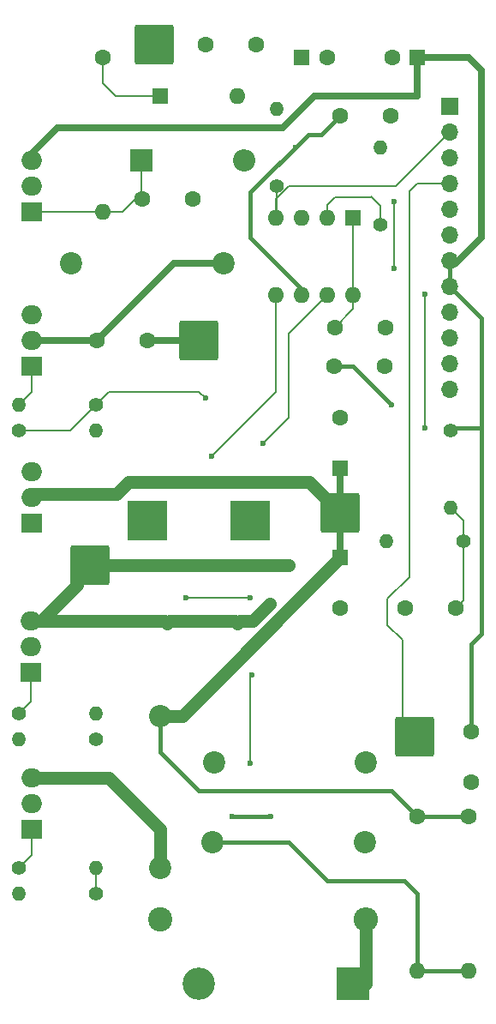
<source format=gbr>
%TF.GenerationSoftware,KiCad,Pcbnew,(7.0.0)*%
%TF.CreationDate,2024-11-23T19:37:02-06:00*%
%TF.ProjectId,VP44expSwdriver,56503434-6578-4705-9377-647269766572,rev?*%
%TF.SameCoordinates,Original*%
%TF.FileFunction,Copper,L1,Top*%
%TF.FilePolarity,Positive*%
%FSLAX46Y46*%
G04 Gerber Fmt 4.6, Leading zero omitted, Abs format (unit mm)*
G04 Created by KiCad (PCBNEW (7.0.0)) date 2024-11-23 19:37:02*
%MOMM*%
%LPD*%
G01*
G04 APERTURE LIST*
G04 Aperture macros list*
%AMRoundRect*
0 Rectangle with rounded corners*
0 $1 Rounding radius*
0 $2 $3 $4 $5 $6 $7 $8 $9 X,Y pos of 4 corners*
0 Add a 4 corners polygon primitive as box body*
4,1,4,$2,$3,$4,$5,$6,$7,$8,$9,$2,$3,0*
0 Add four circle primitives for the rounded corners*
1,1,$1+$1,$2,$3*
1,1,$1+$1,$4,$5*
1,1,$1+$1,$6,$7*
1,1,$1+$1,$8,$9*
0 Add four rect primitives between the rounded corners*
20,1,$1+$1,$2,$3,$4,$5,0*
20,1,$1+$1,$4,$5,$6,$7,0*
20,1,$1+$1,$6,$7,$8,$9,0*
20,1,$1+$1,$8,$9,$2,$3,0*%
G04 Aperture macros list end*
%TA.AperFunction,ComponentPad*%
%ADD10R,1.600000X1.600000*%
%TD*%
%TA.AperFunction,ComponentPad*%
%ADD11O,1.600000X1.600000*%
%TD*%
%TA.AperFunction,ComponentPad*%
%ADD12C,1.400000*%
%TD*%
%TA.AperFunction,ComponentPad*%
%ADD13O,1.400000X1.400000*%
%TD*%
%TA.AperFunction,ComponentPad*%
%ADD14R,3.200000X3.200000*%
%TD*%
%TA.AperFunction,ComponentPad*%
%ADD15O,3.200000X3.200000*%
%TD*%
%TA.AperFunction,ComponentPad*%
%ADD16C,1.600000*%
%TD*%
%TA.AperFunction,ComponentPad*%
%ADD17RoundRect,0.250002X-1.699998X-1.699998X1.699998X-1.699998X1.699998X1.699998X-1.699998X1.699998X0*%
%TD*%
%TA.AperFunction,ComponentPad*%
%ADD18C,2.200000*%
%TD*%
%TA.AperFunction,ComponentPad*%
%ADD19R,2.200000X2.200000*%
%TD*%
%TA.AperFunction,ComponentPad*%
%ADD20O,2.200000X2.200000*%
%TD*%
%TA.AperFunction,ComponentPad*%
%ADD21R,2.000000X1.905000*%
%TD*%
%TA.AperFunction,ComponentPad*%
%ADD22O,2.000000X1.905000*%
%TD*%
%TA.AperFunction,ComponentPad*%
%ADD23R,1.700000X1.700000*%
%TD*%
%TA.AperFunction,ComponentPad*%
%ADD24O,1.700000X1.700000*%
%TD*%
%TA.AperFunction,ComponentPad*%
%ADD25R,4.000000X4.000000*%
%TD*%
%TA.AperFunction,ComponentPad*%
%ADD26C,2.400000*%
%TD*%
%TA.AperFunction,ComponentPad*%
%ADD27O,2.400000X2.400000*%
%TD*%
%TA.AperFunction,ViaPad*%
%ADD28C,0.600000*%
%TD*%
%TA.AperFunction,Conductor*%
%ADD29C,0.406400*%
%TD*%
%TA.AperFunction,Conductor*%
%ADD30C,0.203200*%
%TD*%
%TA.AperFunction,Conductor*%
%ADD31C,1.270000*%
%TD*%
%TA.AperFunction,Conductor*%
%ADD32C,0.635000*%
%TD*%
G04 APERTURE END LIST*
D10*
%TO.P,U1,1,ENA*%
%TO.N,Net-(U1-ENA)*%
X180339999Y-59054999D03*
D11*
%TO.P,U1,2,INA*%
%TO.N,Net-(J5-Pin_1)*%
X177799999Y-59054999D03*
%TO.P,U1,3,GND*%
%TO.N,GND*%
X175259999Y-59054999D03*
%TO.P,U1,4,INB*%
%TO.N,Net-(J5-Pin_2)*%
X172719999Y-59054999D03*
%TO.P,U1,5,OUTB*%
%TO.N,Net-(U1-OUTB)*%
X172719999Y-66674999D03*
%TO.P,U1,6,V+*%
%TO.N,+12V*%
X175259999Y-66674999D03*
%TO.P,U1,7,OUTA*%
%TO.N,Net-(U1-OUTA)*%
X177799999Y-66674999D03*
%TO.P,U1,8,ENB*%
%TO.N,Net-(U1-ENA)*%
X180339999Y-66674999D03*
%TD*%
D12*
%TO.P,R3,1*%
%TO.N,Net-(U1-OUTA)*%
X154940000Y-110490000D03*
D13*
%TO.P,R3,2*%
%TO.N,GND*%
X147319999Y-110489999D03*
%TD*%
D14*
%TO.P,D4,1,K*%
%TO.N,Net-(D4-K)*%
X180339999Y-134619999D03*
D15*
%TO.P,D4,2,A*%
%TO.N,GND*%
X165099999Y-134619999D03*
%TD*%
D16*
%TO.P,F3,1*%
%TO.N,Net-(Q4-D)*%
X155020000Y-71120000D03*
%TO.P,F3,2*%
%TO.N,Net-(J3-Pin_1)*%
X160020000Y-71120000D03*
%TD*%
D17*
%TO.P,J2,1,Pin_1*%
%TO.N,Net-(J2-Pin_1)*%
X160655000Y-41910000D03*
%TD*%
D16*
%TO.P,C14,1*%
%TO.N,Net-(U2-FILTER)*%
X190500000Y-97536000D03*
%TO.P,C14,2*%
%TO.N,GND*%
X185500000Y-97536000D03*
%TD*%
%TO.P,C1,1*%
%TO.N,GND*%
X184048400Y-48971200D03*
%TO.P,C1,2*%
%TO.N,+12V*%
X179048400Y-48971200D03*
%TD*%
D18*
%TO.P,C11,1*%
%TO.N,Net-(Q3-D)*%
X166490000Y-120650000D03*
%TO.P,C11,2*%
%TO.N,GND*%
X181490000Y-120650000D03*
%TD*%
D10*
%TO.P,C7,1*%
%TO.N,Net-(D3-K)*%
X179069999Y-83779999D03*
D16*
%TO.P,C7,2*%
%TO.N,GND*%
X179070000Y-78780000D03*
%TD*%
%TO.P,C13,1*%
%TO.N,+5V*%
X192024000Y-109768000D03*
%TO.P,C13,2*%
%TO.N,GND*%
X192024000Y-114768000D03*
%TD*%
%TO.P,R6,1*%
%TO.N,Net-(D3-K)*%
X191770000Y-118110000D03*
D11*
%TO.P,R6,2*%
%TO.N,Net-(Q3-D)*%
X191769999Y-133349999D03*
%TD*%
D19*
%TO.P,D2,1,K*%
%TO.N,Net-(D2-K)*%
X159384999Y-53339999D03*
D20*
%TO.P,D2,2,A*%
%TO.N,GND*%
X169544999Y-53339999D03*
%TD*%
D16*
%TO.P,C4,1*%
%TO.N,+12V*%
X178435000Y-73660000D03*
%TO.P,C4,2*%
%TO.N,GND*%
X183435000Y-73660000D03*
%TD*%
%TO.P,C5,1*%
%TO.N,GND*%
X164465000Y-57150000D03*
%TO.P,C5,2*%
%TO.N,Net-(D2-K)*%
X159465000Y-57150000D03*
%TD*%
D12*
%TO.P,R11,1*%
%TO.N,+5V*%
X189992000Y-80010000D03*
D13*
%TO.P,R11,2*%
%TO.N,Net-(U2-FILTER)*%
X189991999Y-87629999D03*
%TD*%
D18*
%TO.P,C10,1*%
%TO.N,Net-(Q3-D)*%
X166624000Y-112776000D03*
%TO.P,C10,2*%
%TO.N,GND*%
X181624000Y-112776000D03*
%TD*%
D21*
%TO.P,Q2,1,G*%
%TO.N,Net-(Q2-G)*%
X148518999Y-103885999D03*
D22*
%TO.P,Q2,2,D*%
%TO.N,Net-(Q2-D)*%
X148518999Y-101345999D03*
%TO.P,Q2,3,S*%
%TO.N,GND*%
X148518999Y-98805999D03*
%TD*%
D16*
%TO.P,C3,1*%
%TO.N,GND*%
X183515000Y-69850000D03*
%TO.P,C3,2*%
%TO.N,Net-(U1-ENA)*%
X178515000Y-69850000D03*
%TD*%
D10*
%TO.P,C6,1*%
%TO.N,Net-(D3-K)*%
X179069999Y-92593348D03*
D16*
%TO.P,C6,2*%
%TO.N,GND*%
X179070000Y-97593349D03*
%TD*%
D23*
%TO.P,J5,1,Pin_1*%
%TO.N,Net-(J5-Pin_1)*%
X189864999Y-47999999D03*
D24*
%TO.P,J5,2,Pin_2*%
%TO.N,Net-(J5-Pin_2)*%
X189864999Y-50539999D03*
%TO.P,J5,3,Pin_3*%
%TO.N,Net-(J5-Pin_3)*%
X189864999Y-53079999D03*
%TO.P,J5,4,Pin_4*%
%TO.N,Net-(J5-Pin_4)*%
X189864999Y-55619999D03*
%TO.P,J5,5,Pin_5*%
%TO.N,Net-(J5-Pin_5)*%
X189864999Y-58159999D03*
%TO.P,J5,6,Pin_6*%
%TO.N,unconnected-(J5-Pin_6-Pad6)*%
X189864999Y-60699999D03*
%TO.P,J5,7,Pin_7*%
%TO.N,+5V*%
X189864999Y-63239999D03*
%TO.P,J5,8,Pin_8*%
X189864999Y-65779999D03*
%TO.P,J5,9,Pin_9*%
%TO.N,GND*%
X189864999Y-68319999D03*
%TO.P,J5,10,Pin_10*%
X189864999Y-70859999D03*
%TO.P,J5,11,Pin_11*%
%TO.N,unconnected-(J5-Pin_11-Pad11)*%
X189864999Y-73399999D03*
%TO.P,J5,12,Pin_12*%
%TO.N,+12V*%
X189864999Y-75939999D03*
%TD*%
D12*
%TO.P,R8,1*%
%TO.N,Net-(J5-Pin_5)*%
X147320000Y-80010000D03*
D13*
%TO.P,R8,2*%
%TO.N,GND*%
X154939999Y-80009999D03*
%TD*%
D18*
%TO.P,C12,1*%
%TO.N,GND*%
X152520000Y-63500000D03*
%TO.P,C12,2*%
%TO.N,Net-(Q4-D)*%
X167520000Y-63500000D03*
%TD*%
D12*
%TO.P,R2,1*%
%TO.N,Net-(Q2-G)*%
X147320000Y-107950000D03*
D13*
%TO.P,R2,2*%
%TO.N,Net-(U1-OUTA)*%
X154939999Y-107949999D03*
%TD*%
D21*
%TO.P,D3,1,A*%
%TO.N,Net-(Q2-D)*%
X148589999Y-89153999D03*
D22*
%TO.P,D3,2,K*%
%TO.N,Net-(D3-K)*%
X148589999Y-86613999D03*
%TO.P,D3,3,A*%
%TO.N,Net-(Q2-D)*%
X148589999Y-84073999D03*
%TD*%
D17*
%TO.P,J3,1,Pin_1*%
%TO.N,Net-(J3-Pin_1)*%
X165100000Y-71120000D03*
%TD*%
D21*
%TO.P,Q3,1,G*%
%TO.N,Net-(Q3-G)*%
X148589999Y-119379999D03*
D22*
%TO.P,Q3,2,D*%
%TO.N,Net-(Q3-D)*%
X148589999Y-116839999D03*
%TO.P,Q3,3,S*%
%TO.N,Net-(Q3-S)*%
X148589999Y-114299999D03*
%TD*%
D17*
%TO.P,J1,1,Pin_1*%
%TO.N,GND*%
X154305000Y-93345000D03*
%TD*%
D25*
%TO.P,L1,1,1*%
%TO.N,Net-(Q3-S)*%
X170179999Y-88899999D03*
%TO.P,L1,2,2*%
%TO.N,Net-(Q2-D)*%
X160019999Y-88899999D03*
%TD*%
D16*
%TO.P,F2,1*%
%TO.N,Net-(J2-Pin_1)*%
X165775000Y-41910000D03*
%TO.P,F2,2*%
%TO.N,Net-(Q1-C)*%
X170775000Y-41910000D03*
%TD*%
D21*
%TO.P,Q4,1,G*%
%TO.N,Net-(Q4-G)*%
X148589999Y-73659999D03*
D22*
%TO.P,Q4,2,D*%
%TO.N,Net-(Q4-D)*%
X148589999Y-71119999D03*
%TO.P,Q4,3,S*%
%TO.N,GND*%
X148589999Y-68579999D03*
%TD*%
D12*
%TO.P,R13,1*%
%TO.N,Net-(J5-Pin_1)*%
X183083200Y-59690000D03*
D13*
%TO.P,R13,2*%
%TO.N,GND*%
X183083199Y-52069999D03*
%TD*%
D16*
%TO.P,R1,1*%
%TO.N,Net-(D1-K)*%
X155575000Y-43180000D03*
D11*
%TO.P,R1,2*%
%TO.N,Net-(D2-K)*%
X155574999Y-58419999D03*
%TD*%
D12*
%TO.P,R12,1*%
%TO.N,Net-(U2-FILTER)*%
X191262000Y-90932000D03*
D13*
%TO.P,R12,2*%
%TO.N,GND*%
X183641999Y-90931999D03*
%TD*%
D10*
%TO.P,C8,1*%
%TO.N,+5V*%
X186689999Y-43179999D03*
D16*
%TO.P,C8,2*%
%TO.N,GND*%
X184190000Y-43180000D03*
%TD*%
D12*
%TO.P,R14,1*%
%TO.N,Net-(J5-Pin_2)*%
X172821600Y-55930800D03*
D13*
%TO.P,R14,2*%
%TO.N,GND*%
X172821599Y-48310799D03*
%TD*%
D10*
%TO.P,D1,1,K*%
%TO.N,Net-(D1-K)*%
X161289999Y-46989999D03*
D11*
%TO.P,D1,2,A*%
%TO.N,+12V*%
X168909999Y-46989999D03*
%TD*%
D10*
%TO.P,C2,1*%
%TO.N,Net-(Q1-C)*%
X175259999Y-43179999D03*
D16*
%TO.P,C2,2*%
%TO.N,GND*%
X177760000Y-43180000D03*
%TD*%
D17*
%TO.P,J6,1,Pin_1*%
%TO.N,Net-(J5-Pin_4)*%
X186436000Y-110236000D03*
%TD*%
%TO.P,J4,1,Pin_1*%
%TO.N,Net-(D3-K)*%
X179070000Y-88138000D03*
%TD*%
D18*
%TO.P,C9,1*%
%TO.N,Net-(Q3-S)*%
X161290000Y-123190000D03*
%TO.P,C9,2*%
%TO.N,Net-(D3-K)*%
X161290000Y-108190000D03*
%TD*%
D12*
%TO.P,R4,1*%
%TO.N,Net-(Q3-G)*%
X147320000Y-123190000D03*
D13*
%TO.P,R4,2*%
%TO.N,Net-(U1-OUTB)*%
X154939999Y-123189999D03*
%TD*%
D12*
%TO.P,R7,1*%
%TO.N,Net-(J5-Pin_5)*%
X154940000Y-77470000D03*
D13*
%TO.P,R7,2*%
%TO.N,Net-(Q4-G)*%
X147319999Y-77469999D03*
%TD*%
D26*
%TO.P,R10,1*%
%TO.N,Net-(Q3-D)*%
X161290000Y-128270000D03*
D27*
%TO.P,R10,2*%
%TO.N,Net-(D4-K)*%
X181609999Y-128269999D03*
%TD*%
D21*
%TO.P,Q1,1,B*%
%TO.N,Net-(D2-K)*%
X148589999Y-58419999D03*
D22*
%TO.P,Q1,2,C*%
%TO.N,Net-(Q1-C)*%
X148589999Y-55879999D03*
%TO.P,Q1,3,E*%
%TO.N,+5V*%
X148589999Y-53339999D03*
%TD*%
D16*
%TO.P,R9,1*%
%TO.N,Net-(D3-K)*%
X186690000Y-118110000D03*
D11*
%TO.P,R9,2*%
%TO.N,Net-(Q3-D)*%
X186689999Y-133349999D03*
%TD*%
D12*
%TO.P,R5,1*%
%TO.N,Net-(U1-OUTB)*%
X154940000Y-125730000D03*
D13*
%TO.P,R5,2*%
%TO.N,GND*%
X147319999Y-125729999D03*
%TD*%
D28*
%TO.N,+12V*%
X184150000Y-77470000D03*
X174625000Y-52070000D03*
%TO.N,GND*%
X161925000Y-98806000D03*
X172085000Y-97155000D03*
X168402000Y-118110000D03*
X173990000Y-93345000D03*
X171450000Y-93345000D03*
X172212000Y-118110000D03*
X165735000Y-93345000D03*
X168910000Y-98806000D03*
%TO.N,Net-(Q3-S)*%
X154940000Y-114300000D03*
%TO.N,Net-(U1-OUTA)*%
X171450000Y-81280000D03*
%TO.N,Net-(U1-OUTB)*%
X170180000Y-112903000D03*
X163830000Y-96520000D03*
X170180000Y-96520000D03*
X170307000Y-104140000D03*
X166370000Y-82550000D03*
%TO.N,Net-(J5-Pin_3)*%
X184404000Y-64008000D03*
X187452000Y-66548000D03*
X184404000Y-57404000D03*
X187452000Y-79756000D03*
%TO.N,Net-(J5-Pin_5)*%
X165735000Y-76835000D03*
%TD*%
D29*
%TO.N,+12V*%
X170180000Y-60960000D02*
X175260000Y-66040000D01*
X178435000Y-73660000D02*
X180340000Y-73660000D01*
D30*
X174625000Y-52070000D02*
X175895000Y-50800000D01*
D29*
X177219600Y-50800000D02*
X179048400Y-48971200D01*
X175895000Y-50800000D02*
X170180000Y-56515000D01*
X170180000Y-56515000D02*
X170180000Y-60960000D01*
X175260000Y-66040000D02*
X175260000Y-66675000D01*
X180340000Y-73660000D02*
X184150000Y-77470000D01*
X175895000Y-50800000D02*
X177219600Y-50800000D01*
D30*
X170180000Y-56515000D02*
X174625000Y-52070000D01*
D31*
%TO.N,GND*%
X154305000Y-93345000D02*
X165735000Y-93345000D01*
X169164000Y-98806000D02*
X170434000Y-98806000D01*
X168910000Y-99060000D02*
X169164000Y-98806000D01*
X161671000Y-98806000D02*
X161925000Y-99060000D01*
X162179000Y-98806000D02*
X168656000Y-98806000D01*
X148519000Y-98806000D02*
X161671000Y-98806000D01*
D29*
X168402000Y-118110000D02*
X172212000Y-118110000D01*
D31*
X148519000Y-98806000D02*
X149479000Y-98806000D01*
X168656000Y-98806000D02*
X168910000Y-99060000D01*
X170434000Y-98806000D02*
X172085000Y-97155000D01*
X161925000Y-99060000D02*
X162179000Y-98806000D01*
X165735000Y-93345000D02*
X171450000Y-93345000D01*
X149479000Y-98806000D02*
X153035000Y-95250000D01*
X171450000Y-93345000D02*
X173990000Y-93345000D01*
D30*
%TO.N,Net-(U1-ENA)*%
X180340000Y-68025000D02*
X178515000Y-69850000D01*
X180340000Y-59055000D02*
X180340000Y-66675000D01*
X180340000Y-66675000D02*
X180340000Y-68025000D01*
%TO.N,Net-(D2-K)*%
X157560000Y-58420000D02*
X158830000Y-57150000D01*
X148590000Y-58420000D02*
X157560000Y-58420000D01*
X159385000Y-53340000D02*
X159385000Y-56515000D01*
D29*
%TO.N,+5V*%
X193040000Y-100076000D02*
X192024000Y-101092000D01*
X192024000Y-101092000D02*
X192024000Y-109768000D01*
D32*
X186690000Y-43180000D02*
X186690000Y-46990000D01*
D29*
X193040000Y-79756000D02*
X193040000Y-68955000D01*
D32*
X173355000Y-50165000D02*
X151130000Y-50165000D01*
X186690000Y-43180000D02*
X191770000Y-43180000D01*
D29*
X189865000Y-65780000D02*
X189865000Y-63240000D01*
X193040000Y-68955000D02*
X189865000Y-65780000D01*
D32*
X176530000Y-46990000D02*
X173355000Y-50165000D01*
X193040000Y-60960000D02*
X190500000Y-63500000D01*
X186690000Y-46990000D02*
X176530000Y-46990000D01*
X191770000Y-43180000D02*
X193040000Y-44450000D01*
D29*
X193040000Y-100076000D02*
X193040000Y-79756000D01*
D32*
X151130000Y-50165000D02*
X148590000Y-52705000D01*
X193040000Y-44450000D02*
X193040000Y-60960000D01*
D29*
X189992000Y-79756000D02*
X193040000Y-79756000D01*
D31*
%TO.N,Net-(Q3-S)*%
X156210000Y-114300000D02*
X161290000Y-119380000D01*
X148590000Y-114300000D02*
X154940000Y-114300000D01*
X154940000Y-114300000D02*
X156210000Y-114300000D01*
X161290000Y-123190000D02*
X161290000Y-119380000D01*
D29*
%TO.N,Net-(Q3-D)*%
X186690000Y-133350000D02*
X191770000Y-133350000D01*
X173990000Y-120650000D02*
X177800000Y-124460000D01*
X186690000Y-125730000D02*
X186690000Y-133350000D01*
X166490000Y-120650000D02*
X173990000Y-120650000D01*
X185420000Y-124460000D02*
X186690000Y-125730000D01*
X177800000Y-124460000D02*
X185420000Y-124460000D01*
D32*
%TO.N,Net-(Q4-D)*%
X162640000Y-63500000D02*
X167520000Y-63500000D01*
X148590000Y-71120000D02*
X155020000Y-71120000D01*
X155020000Y-71120000D02*
X162640000Y-63500000D01*
D30*
%TO.N,Net-(U2-FILTER)*%
X191262000Y-96774000D02*
X190500000Y-97536000D01*
X191262000Y-88900000D02*
X191262000Y-90932000D01*
X189992000Y-87630000D02*
X191262000Y-88900000D01*
X191262000Y-90932000D02*
X191262000Y-96774000D01*
%TO.N,Net-(D1-K)*%
X156845000Y-46990000D02*
X161290000Y-46990000D01*
X155575000Y-45720000D02*
X156845000Y-46990000D01*
X155575000Y-43180000D02*
X155575000Y-45720000D01*
D31*
%TO.N,Net-(D4-K)*%
X181610000Y-128270000D02*
X181610000Y-134620000D01*
D30*
%TO.N,Net-(Q2-G)*%
X148519000Y-106751000D02*
X147320000Y-107950000D01*
X148519000Y-103886000D02*
X148519000Y-106751000D01*
%TO.N,Net-(Q3-G)*%
X148590000Y-119380000D02*
X148590000Y-121920000D01*
X148590000Y-121920000D02*
X147320000Y-123190000D01*
%TO.N,Net-(Q4-G)*%
X148590000Y-76200000D02*
X147320000Y-77470000D01*
X148590000Y-73660000D02*
X148590000Y-76200000D01*
%TO.N,Net-(U1-OUTA)*%
X177800000Y-66675000D02*
X173990000Y-70485000D01*
X173990000Y-70485000D02*
X173990000Y-78740000D01*
X173990000Y-78740000D02*
X171450000Y-81280000D01*
%TO.N,Net-(U1-OUTB)*%
X172720000Y-66675000D02*
X172720000Y-76200000D01*
X154940000Y-125730000D02*
X154940000Y-123190000D01*
X172720000Y-76200000D02*
X166370000Y-82550000D01*
X170180000Y-104140000D02*
X170180000Y-112776000D01*
X163830000Y-96520000D02*
X170180000Y-96520000D01*
D32*
%TO.N,Net-(J3-Pin_1)*%
X160020000Y-71120000D02*
X165100000Y-71120000D01*
D30*
%TO.N,Net-(J5-Pin_1)*%
X183083200Y-57861200D02*
X182118000Y-56896000D01*
X177800000Y-59055000D02*
X177800000Y-57759600D01*
X177800000Y-57759600D02*
X178536600Y-57023000D01*
X183083200Y-59690000D02*
X183083200Y-57861200D01*
X178536600Y-57023000D02*
X181991000Y-57023000D01*
X181991000Y-57023000D02*
X182118000Y-56896000D01*
%TO.N,Net-(J5-Pin_2)*%
X172720000Y-57150000D02*
X173990000Y-55880000D01*
X184525000Y-55880000D02*
X189865000Y-50540000D01*
X173990000Y-55880000D02*
X184525000Y-55880000D01*
X172720000Y-59055000D02*
X172720000Y-57150000D01*
X172821600Y-55930800D02*
X172821600Y-58953400D01*
%TO.N,Net-(J5-Pin_3)*%
X187452000Y-79756000D02*
X187452000Y-66548000D01*
X184404000Y-57404000D02*
X184404000Y-64008000D01*
%TO.N,Net-(J5-Pin_4)*%
X183743600Y-96672400D02*
X185928000Y-94488000D01*
X185928000Y-94488000D02*
X185928000Y-56388000D01*
X185216800Y-109016800D02*
X185216800Y-100736400D01*
X183743600Y-99263200D02*
X183743600Y-96672400D01*
X186696000Y-55620000D02*
X189865000Y-55620000D01*
X185216800Y-100736400D02*
X183743600Y-99263200D01*
X185928000Y-56388000D02*
X186696000Y-55620000D01*
%TO.N,Net-(J5-Pin_5)*%
X154940000Y-77470000D02*
X156210000Y-76200000D01*
X147320000Y-80010000D02*
X152400000Y-80010000D01*
X152400000Y-80010000D02*
X154940000Y-77470000D01*
X156210000Y-76200000D02*
X165100000Y-76200000D01*
X165100000Y-76200000D02*
X165735000Y-76835000D01*
D31*
%TO.N,Net-(D3-K)*%
X158115000Y-85090000D02*
X176022000Y-85090000D01*
X161290000Y-108190000D02*
X163473349Y-108190000D01*
X156943200Y-86261800D02*
X158115000Y-85090000D01*
D29*
X161290000Y-111760000D02*
X165100000Y-115570000D01*
D31*
X148942200Y-86261800D02*
X156943200Y-86261800D01*
D32*
X179070000Y-83780000D02*
X179070000Y-88138000D01*
X179070000Y-88138000D02*
X179070000Y-92593349D01*
D31*
X148590000Y-86614000D02*
X148942200Y-86261800D01*
X176022000Y-85090000D02*
X179070000Y-88138000D01*
D29*
X191770000Y-118110000D02*
X186690000Y-118110000D01*
X165100000Y-115570000D02*
X184150000Y-115570000D01*
X184150000Y-115570000D02*
X186690000Y-118110000D01*
X161290000Y-108190000D02*
X161290000Y-111760000D01*
D31*
X163473349Y-108190000D02*
X179070000Y-92593349D01*
%TD*%
M02*

</source>
